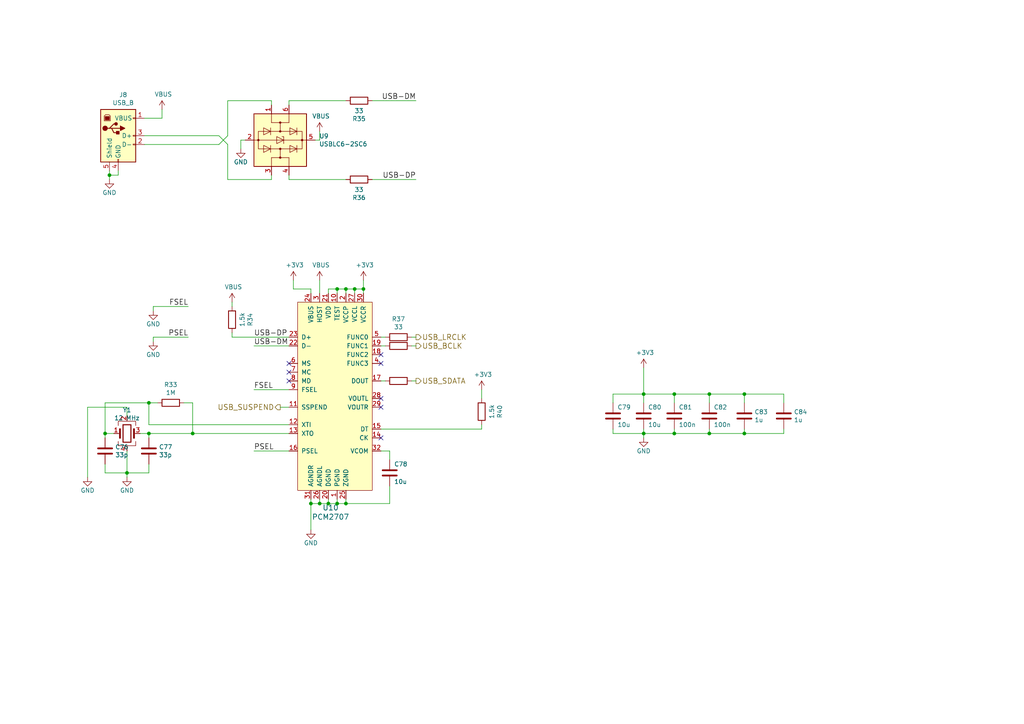
<source format=kicad_sch>
(kicad_sch (version 20211123) (generator eeschema)
  (paper "A4")
  (lib_symbols
    (symbol "Connector:USB_B" (pin_names (offset 1.016))
      (property "Reference" "J" (at -5.08 11.43 0))
      (property "Value" "USB_B" (at -5.08 8.89 0))
      (symbol "USB_B_0_1"
        (rectangle (start -5.08 -7.62) (end 5.08 7.62) (stroke (width 0.254)) (fill (type background)))
        (circle (center -3.81 2.159) (radius 0.635) (stroke (width 0.254)) (fill (type outline)))
        (rectangle (start -3.81 5.588) (end -2.54 4.572) (fill (type outline)))
        (circle (center -0.635 3.429) (radius 0.381) (stroke (width 0.254)) (fill (type outline)))
        (rectangle (start -0.127 -7.62) (end 0.127 -6.858))
        (polyline (pts (xy -1.905 2.159) (xy 0.635 2.159)) (stroke (width 0.254)))
        (polyline (pts (xy -3.175 2.159) (xy -2.54 2.159) (xy -1.27 3.429) (xy -0.635 3.429)) (stroke (width 0.254)))
        (polyline (pts (xy -2.54 2.159) (xy -1.905 2.159) (xy -1.27 0.889) (xy 0 0.889)) (stroke (width 0.254)))
        (polyline (pts (xy 0.635 2.794) (xy 0.635 1.524) (xy 1.905 2.159) (xy 0.635 2.794)) (stroke (width 0.254)) (fill (type outline)))
        (polyline (pts (xy -4.064 4.318) (xy -2.286 4.318) (xy -2.286 5.715) (xy -2.667 6.096) (xy -3.683 6.096) (xy -4.064 5.715) (xy -4.064 4.318)))
        (rectangle (start 0.254 1.27) (end -0.508 0.508) (stroke (width 0.254)) (fill (type outline)))
        (rectangle (start 5.08 -2.667) (end 4.318 -2.413))
        (rectangle (start 5.08 -0.127) (end 4.318 0.127))
        (rectangle (start 5.08 4.953) (end 4.318 5.207))
      )
      (symbol "USB_B_1_1"
        (pin power_out line (at 7.62 5.08 180) (length 2.54) (name "VBUS") (number "1"))
        (pin bidirectional line (at 7.62 -2.54 180) (length 2.54) (name "D-") (number "2"))
        (pin bidirectional line (at 7.62 0 180) (length 2.54) (name "D+") (number "3"))
        (pin power_out line (at 0 -10.16 90) (length 2.54) (name "GND") (number "4"))
        (pin passive line (at -2.54 -10.16 90) (length 2.54) (name "Shield") (number "5"))
      )
    )
    (symbol "Device:C" (pin_numbers hide) (pin_names (offset 0.254))
      (property "Reference" "C" (at 0.635 2.54 0))
      (property "Value" "C" (at 0.635 -2.54 0))
      (symbol "C_0_1"
        (polyline (pts (xy -2.032 -0.762) (xy 2.032 -0.762)) (stroke (width 0.508)))
        (polyline (pts (xy -2.032 0.762) (xy 2.032 0.762)) (stroke (width 0.508)))
      )
      (symbol "C_1_1"
        (pin passive line (at 0 3.81 270) (length 2.794) (name "~") (number "1"))
        (pin passive line (at 0 -3.81 90) (length 2.794) (name "~") (number "2"))
      )
    )
    (symbol "Device:Crystal_GND24" (pin_names (offset 1.016) hide)
      (property "Reference" "Y" (at 3.175 5.08 0))
      (property "Value" "Crystal_GND24" (at 3.175 3.175 0))
      (symbol "Crystal_GND24_0_1"
        (rectangle (start -1.143 2.54) (end 1.143 -2.54) (stroke (width 0.3048)))
        (polyline (pts (xy -2.54 0) (xy -2.032 0)))
        (polyline (pts (xy -2.032 -1.27) (xy -2.032 1.27)) (stroke (width 0.508)))
        (polyline (pts (xy 0 -3.81) (xy 0 -3.556)))
        (polyline (pts (xy 0 3.556) (xy 0 3.81)))
        (polyline (pts (xy 2.032 -1.27) (xy 2.032 1.27)) (stroke (width 0.508)))
        (polyline (pts (xy 2.032 0) (xy 2.54 0)))
        (polyline (pts (xy -2.54 -2.286) (xy -2.54 -3.556) (xy 2.54 -3.556) (xy 2.54 -2.286)))
        (polyline (pts (xy -2.54 2.286) (xy -2.54 3.556) (xy 2.54 3.556) (xy 2.54 2.286)))
      )
      (symbol "Crystal_GND24_1_1"
        (pin passive line (at -3.81 0 0) (length 1.27) (name "1") (number "1"))
        (pin passive line (at 0 5.08 270) (length 1.27) (name "2") (number "2"))
        (pin passive line (at 3.81 0 180) (length 1.27) (name "3") (number "3"))
        (pin passive line (at 0 -5.08 90) (length 1.27) (name "4") (number "4"))
      )
    )
    (symbol "Device:R" (pin_numbers hide) (pin_names (offset 0))
      (property "Reference" "R" (at 2.032 0 90))
      (property "Value" "R" (at 0 0 90))
      (symbol "R_0_1"
        (rectangle (start -1.016 -2.54) (end 1.016 2.54) (stroke (width 0.254)))
      )
      (symbol "R_1_1"
        (pin passive line (at 0 3.81 270) (length 1.27) (name "~") (number "1"))
        (pin passive line (at 0 -3.81 90) (length 1.27) (name "~") (number "2"))
      )
    )
    (symbol "Power_Protection:USBLC6-2SC6" (pin_names hide)
      (property "Reference" "U" (at 2.54 8.89 0))
      (property "Value" "USBLC6-2SC6" (at 2.54 -8.89 0))
      (symbol "USBLC6-2SC6_0_1"
        (rectangle (start -7.62 -7.62) (end 7.62 7.62) (stroke (width 0.254)) (fill (type background)))
        (circle (center -5.08 0) (radius 0.254) (fill (type outline)))
        (circle (center -2.54 0) (radius 0.254) (fill (type outline)))
        (rectangle (start -2.54 6.35) (end 2.54 -6.35))
        (circle (center 0 -6.35) (radius 0.254) (fill (type outline)))
        (polyline (pts (xy -5.08 -2.54) (xy -7.62 -2.54)))
        (polyline (pts (xy -5.08 0) (xy -5.08 -2.54)))
        (polyline (pts (xy -5.08 2.54) (xy -7.62 2.54)))
        (polyline (pts (xy -1.524 -2.794) (xy -3.556 -2.794)))
        (polyline (pts (xy -1.524 4.826) (xy -3.556 4.826)))
        (polyline (pts (xy 0 -7.62) (xy 0 -6.35)))
        (polyline (pts (xy 0 -6.35) (xy 0 1.27)))
        (polyline (pts (xy 0 1.27) (xy 0 6.35)))
        (polyline (pts (xy 0 6.35) (xy 0 7.62)))
        (polyline (pts (xy 1.524 -2.794) (xy 3.556 -2.794)))
        (polyline (pts (xy 1.524 4.826) (xy 3.556 4.826)))
        (polyline (pts (xy 5.08 -2.54) (xy 7.62 -2.54)))
        (polyline (pts (xy 5.08 0) (xy 5.08 -2.54)))
        (polyline (pts (xy 5.08 2.54) (xy 7.62 2.54)))
        (polyline (pts (xy -2.54 0) (xy -5.08 0) (xy -5.08 2.54)))
        (polyline (pts (xy 2.54 0) (xy 5.08 0) (xy 5.08 2.54)))
        (polyline (pts (xy -3.556 -4.826) (xy -1.524 -4.826) (xy -2.54 -2.794) (xy -3.556 -4.826)))
        (polyline (pts (xy -3.556 2.794) (xy -1.524 2.794) (xy -2.54 4.826) (xy -3.556 2.794)))
        (polyline (pts (xy -1.016 -1.016) (xy 1.016 -1.016) (xy 0 1.016) (xy -1.016 -1.016)))
        (polyline (pts (xy 1.016 1.016) (xy 0.762 1.016) (xy -1.016 1.016) (xy -1.016 0.508)))
        (polyline (pts (xy 3.556 -4.826) (xy 1.524 -4.826) (xy 2.54 -2.794) (xy 3.556 -4.826)))
        (polyline (pts (xy 3.556 2.794) (xy 1.524 2.794) (xy 2.54 4.826) (xy 3.556 2.794)))
        (circle (center 0 6.35) (radius 0.254) (fill (type outline)))
        (circle (center 2.54 0) (radius 0.254) (fill (type outline)))
        (circle (center 5.08 0) (radius 0.254) (fill (type outline)))
      )
      (symbol "USBLC6-2SC6_1_1"
        (pin passive line (at -10.16 -2.54 0) (length 2.54) (name "I/O1") (number "1"))
        (pin passive line (at 0 -10.16 90) (length 2.54) (name "GND") (number "2"))
        (pin passive line (at 10.16 -2.54 180) (length 2.54) (name "I/O2") (number "3"))
        (pin passive line (at 10.16 2.54 180) (length 2.54) (name "I/O2") (number "4"))
        (pin passive line (at 0 10.16 270) (length 2.54) (name "VBUS") (number "5"))
        (pin passive line (at -10.16 2.54 0) (length 2.54) (name "I/O1") (number "6"))
      )
    )
    (symbol "dac:PCM2707" (pin_names (offset 1.016))
      (property "Reference" "U" (at 20.32 6.35 0))
      (property "Value" "PCM2707" (at 20.32 3.81 0))
      (symbol "PCM2707_0_1"
        (rectangle (start -8.89 7.62) (end 12.7 -46.99) (fill (type background)))
      )
      (symbol "PCM2707_1_1"
        (pin passive line (at 2.54 -49.53 90) (length 2.54) (name "PGND") (number "1"))
        (pin input line (at 2.54 10.16 270) (length 2.54) (name "TEST") (number "10"))
        (pin output line (at -11.43 -22.86 0) (length 2.54) (name "SSPEND") (number "11"))
        (pin input line (at -11.43 -27.94 0) (length 2.54) (name "XTI") (number "12"))
        (pin output line (at -11.43 -30.48 0) (length 2.54) (name "XTO") (number "13"))
        (pin output line (at 15.24 -31.75 180) (length 2.54) (name "CK") (number "14"))
        (pin bidirectional line (at 15.24 -29.21 180) (length 2.54) (name "DT") (number "15"))
        (pin input line (at -11.43 -35.56 0) (length 2.54) (name "PSEL") (number "16"))
        (pin output line (at 15.24 -15.24 180) (length 2.54) (name "DOUT") (number "17"))
        (pin bidirectional line (at 15.24 -7.62 180) (length 2.54) (name "FUNC2") (number "18"))
        (pin bidirectional line (at 15.24 -5.08 180) (length 2.54) (name "FUNC1") (number "19"))
        (pin passive line (at 5.08 10.16 270) (length 2.54) (name "VCCP") (number "2"))
        (pin passive line (at 0 -49.53 90) (length 2.54) (name "DGND") (number "20"))
        (pin passive line (at 0 10.16 270) (length 2.54) (name "VDD") (number "21"))
        (pin bidirectional line (at -11.43 -5.08 0) (length 2.54) (name "D-") (number "22"))
        (pin bidirectional line (at -11.43 -2.54 0) (length 2.54) (name "D+") (number "23"))
        (pin passive line (at -5.08 10.16 270) (length 2.54) (name "VBUS") (number "24"))
        (pin passive line (at 5.08 -49.53 90) (length 2.54) (name "ZGND") (number "25"))
        (pin passive line (at -2.54 -49.53 90) (length 2.54) (name "AGNDL") (number "26"))
        (pin passive line (at 7.62 10.16 270) (length 2.54) (name "VCCL") (number "27"))
        (pin output line (at 15.24 -20.32 180) (length 2.54) (name "VOUTL") (number "28"))
        (pin output line (at 15.24 -22.86 180) (length 2.54) (name "VOUTR") (number "29"))
        (pin input line (at -2.54 10.16 270) (length 2.54) (name "HOST") (number "3"))
        (pin passive line (at 10.16 10.16 270) (length 2.54) (name "VCCR") (number "30"))
        (pin passive line (at -5.08 -49.53 90) (length 2.54) (name "AGNDR") (number "31"))
        (pin passive line (at 15.24 -35.56 180) (length 2.54) (name "VCOM") (number "32"))
        (pin bidirectional line (at 15.24 -10.16 180) (length 2.54) (name "FUNC3") (number "4"))
        (pin bidirectional line (at 15.24 -2.54 180) (length 2.54) (name "FUNC0") (number "5"))
        (pin input line (at -11.43 -10.16 0) (length 2.54) (name "MS") (number "6"))
        (pin input line (at -11.43 -12.7 0) (length 2.54) (name "MC") (number "7"))
        (pin input line (at -11.43 -15.24 0) (length 2.54) (name "MD") (number "8"))
        (pin input line (at -11.43 -17.78 0) (length 2.54) (name "FSEL") (number "9"))
      )
    )
    (symbol "power:+3.3V" (power) (pin_names (offset 0))
      (property "Value" "+3.3V" (at 0 3.556 0))
      (symbol "+3.3V_0_1"
        (polyline (pts (xy -0.762 1.27) (xy 0 2.54)))
        (polyline (pts (xy 0 0) (xy 0 2.54)))
        (polyline (pts (xy 0 2.54) (xy 0.762 1.27)))
      )
      (symbol "+3.3V_1_1"
        (pin power_in line (at 0 0 90) (length 0) hide (name "+3V3") (number "1"))
      )
    )
    (symbol "power:GND" (power) (pin_names (offset 0))
      (property "Value" "GND" (at 0 -3.81 0))
      (symbol "GND_0_1"
        (polyline (pts (xy 0 0) (xy 0 -1.27) (xy 1.27 -1.27) (xy 0 -2.54) (xy -1.27 -1.27) (xy 0 -1.27)))
      )
      (symbol "GND_1_1"
        (pin power_in line (at 0 0 270) (length 0) hide (name "GND") (number "1"))
      )
    )
    (symbol "power:VBUS" (power) (pin_names (offset 0))
      (property "Value" "VBUS" (at 0 3.81 0))
      (symbol "VBUS_0_1"
        (polyline (pts (xy -0.762 1.27) (xy 0 2.54)))
        (polyline (pts (xy 0 0) (xy 0 2.54)))
        (polyline (pts (xy 0 2.54) (xy 0.762 1.27)))
      )
      (symbol "VBUS_1_1"
        (pin power_in line (at 0 0 90) (length 0) hide (name "VBUS") (number "1"))
      )
    )
  )
  (junction (at 195.58 114.3))
  (junction (at 186.69 114.3))
  (junction (at 97.79 146.05))
  (junction (at 195.58 125.73))
  (junction (at 90.17 146.05))
  (junction (at 97.79 83.82))
  (junction (at 36.83 137.16))
  (junction (at 31.75 50.8))
  (junction (at 55.88 125.73))
  (junction (at 186.69 125.73))
  (junction (at 30.48 125.73))
  (junction (at 102.87 83.82))
  (junction (at 95.25 146.05))
  (junction (at 100.33 83.82))
  (junction (at 100.33 146.05))
  (junction (at 105.41 83.82))
  (junction (at 205.74 114.3))
  (junction (at 43.18 116.84))
  (junction (at 215.9 125.73))
  (junction (at 43.18 125.73))
  (junction (at 92.71 146.05))
  (junction (at 205.74 125.73))
  (junction (at 215.9 114.3))
  (no_connect (at 110.49 115.57))
  (no_connect (at 83.82 105.41))
  (no_connect (at 110.49 118.11))
  (no_connect (at 110.49 127))
  (no_connect (at 83.82 107.95))
  (no_connect (at 110.49 102.87))
  (no_connect (at 83.82 110.49))
  (no_connect (at 110.49 105.41))
  (wire (pts (xy 90.17 146.05) (xy 92.71 146.05)))
  (wire (pts (xy 105.41 83.82) (xy 105.41 81.28)))
  (wire (pts (xy 120.65 110.49) (xy 119.38 110.49)))
  (wire (pts (xy 110.49 130.81) (xy 113.03 130.81)))
  (wire (pts (xy 63.5 39.37) (xy 66.04 41.91)))
  (wire (pts (xy 95.25 146.05) (xy 97.79 146.05)))
  (wire (pts (xy 215.9 125.73) (xy 215.9 124.46)))
  (wire (pts (xy 44.45 88.9) (xy 54.61 88.9)))
  (wire (pts (xy 73.66 130.81) (xy 83.82 130.81)))
  (wire (pts (xy 33.02 125.73) (xy 30.48 125.73)))
  (wire (pts (xy 105.41 83.82) (xy 105.41 85.09)))
  (wire (pts (xy 113.03 130.81) (xy 113.03 133.35)))
  (wire (pts (xy 36.83 130.81) (xy 36.83 137.16)))
  (wire (pts (xy 63.5 41.91) (xy 41.91 41.91)))
  (wire (pts (xy 63.5 39.37) (xy 41.91 39.37)))
  (wire (pts (xy 95.25 83.82) (xy 97.79 83.82)))
  (wire (pts (xy 92.71 146.05) (xy 92.71 144.78)))
  (wire (pts (xy 83.82 113.03) (xy 73.66 113.03)))
  (wire (pts (xy 67.31 96.52) (xy 67.31 97.79)))
  (wire (pts (xy 92.71 40.64) (xy 91.44 40.64)))
  (wire (pts (xy 43.18 125.73) (xy 55.88 125.73)))
  (wire (pts (xy 43.18 123.19) (xy 83.82 123.19)))
  (wire (pts (xy 205.74 125.73) (xy 195.58 125.73)))
  (wire (pts (xy 83.82 52.07) (xy 100.33 52.07)))
  (wire (pts (xy 43.18 125.73) (xy 43.18 127)))
  (wire (pts (xy 95.25 83.82) (xy 95.25 85.09)))
  (wire (pts (xy 186.69 124.46) (xy 186.69 125.73)))
  (wire (pts (xy 186.69 114.3) (xy 195.58 114.3)))
  (wire (pts (xy 66.04 41.91) (xy 66.04 52.07)))
  (wire (pts (xy 25.4 118.11) (xy 25.4 138.43)))
  (wire (pts (xy 102.87 85.09) (xy 102.87 83.82)))
  (wire (pts (xy 90.17 83.82) (xy 85.09 83.82)))
  (wire (pts (xy 195.58 114.3) (xy 205.74 114.3)))
  (wire (pts (xy 31.75 50.8) (xy 34.29 50.8)))
  (wire (pts (xy 85.09 81.28) (xy 85.09 83.82)))
  (wire (pts (xy 92.71 38.1) (xy 92.71 40.64)))
  (wire (pts (xy 66.04 52.07) (xy 78.74 52.07)))
  (wire (pts (xy 113.03 146.05) (xy 113.03 140.97)))
  (wire (pts (xy 43.18 123.19) (xy 43.18 116.84)))
  (wire (pts (xy 83.82 30.48) (xy 83.82 29.21)))
  (wire (pts (xy 90.17 153.67) (xy 90.17 146.05)))
  (wire (pts (xy 107.95 52.07) (xy 120.65 52.07)))
  (wire (pts (xy 139.7 124.46) (xy 139.7 123.19)))
  (wire (pts (xy 46.99 34.29) (xy 46.99 31.75)))
  (wire (pts (xy 100.33 83.82) (xy 102.87 83.82)))
  (wire (pts (xy 177.8 114.3) (xy 186.69 114.3)))
  (wire (pts (xy 44.45 97.79) (xy 54.61 97.79)))
  (wire (pts (xy 186.69 116.84) (xy 186.69 114.3)))
  (wire (pts (xy 83.82 50.8) (xy 83.82 52.07)))
  (wire (pts (xy 227.33 114.3) (xy 215.9 114.3)))
  (wire (pts (xy 177.8 124.46) (xy 177.8 125.73)))
  (wire (pts (xy 110.49 124.46) (xy 139.7 124.46)))
  (wire (pts (xy 205.74 125.73) (xy 215.9 125.73)))
  (wire (pts (xy 205.74 124.46) (xy 205.74 125.73)))
  (wire (pts (xy 102.87 83.82) (xy 105.41 83.82)))
  (wire (pts (xy 186.69 125.73) (xy 186.69 127)))
  (wire (pts (xy 97.79 83.82) (xy 100.33 83.82)))
  (wire (pts (xy 67.31 87.63) (xy 67.31 88.9)))
  (wire (pts (xy 53.34 116.84) (xy 55.88 116.84)))
  (wire (pts (xy 71.12 40.64) (xy 69.85 40.64)))
  (wire (pts (xy 30.48 137.16) (xy 36.83 137.16)))
  (wire (pts (xy 100.33 146.05) (xy 113.03 146.05)))
  (wire (pts (xy 43.18 116.84) (xy 30.48 116.84)))
  (wire (pts (xy 111.76 110.49) (xy 110.49 110.49)))
  (wire (pts (xy 195.58 114.3) (xy 195.58 116.84)))
  (wire (pts (xy 95.25 146.05) (xy 95.25 144.78)))
  (wire (pts (xy 90.17 85.09) (xy 90.17 83.82)))
  (wire (pts (xy 227.33 125.73) (xy 227.33 124.46)))
  (wire (pts (xy 30.48 125.73) (xy 30.48 127)))
  (wire (pts (xy 41.91 34.29) (xy 46.99 34.29)))
  (wire (pts (xy 30.48 116.84) (xy 30.48 125.73)))
  (wire (pts (xy 215.9 125.73) (xy 227.33 125.73)))
  (wire (pts (xy 36.83 137.16) (xy 36.83 138.43)))
  (wire (pts (xy 45.72 116.84) (xy 43.18 116.84)))
  (wire (pts (xy 31.75 49.53) (xy 31.75 50.8)))
  (wire (pts (xy 55.88 125.73) (xy 83.82 125.73)))
  (wire (pts (xy 43.18 137.16) (xy 43.18 134.62)))
  (wire (pts (xy 97.79 146.05) (xy 97.79 144.78)))
  (wire (pts (xy 44.45 90.17) (xy 44.45 88.9)))
  (wire (pts (xy 67.31 97.79) (xy 83.82 97.79)))
  (wire (pts (xy 120.65 97.79) (xy 119.38 97.79)))
  (wire (pts (xy 177.8 116.84) (xy 177.8 114.3)))
  (wire (pts (xy 97.79 146.05) (xy 100.33 146.05)))
  (wire (pts (xy 90.17 146.05) (xy 90.17 144.78)))
  (wire (pts (xy 97.79 85.09) (xy 97.79 83.82)))
  (wire (pts (xy 36.83 137.16) (xy 43.18 137.16)))
  (wire (pts (xy 81.28 118.11) (xy 83.82 118.11)))
  (wire (pts (xy 195.58 125.73) (xy 195.58 124.46)))
  (wire (pts (xy 36.83 120.65) (xy 36.83 118.11)))
  (wire (pts (xy 78.74 29.21) (xy 78.74 30.48)))
  (wire (pts (xy 34.29 50.8) (xy 34.29 49.53)))
  (wire (pts (xy 69.85 40.64) (xy 69.85 43.18)))
  (wire (pts (xy 92.71 146.05) (xy 95.25 146.05)))
  (wire (pts (xy 110.49 100.33) (xy 111.76 100.33)))
  (wire (pts (xy 66.04 29.21) (xy 78.74 29.21)))
  (wire (pts (xy 100.33 83.82) (xy 100.33 85.09)))
  (wire (pts (xy 215.9 116.84) (xy 215.9 114.3)))
  (wire (pts (xy 205.74 116.84) (xy 205.74 114.3)))
  (wire (pts (xy 36.83 118.11) (xy 25.4 118.11)))
  (wire (pts (xy 44.45 99.06) (xy 44.45 97.79)))
  (wire (pts (xy 83.82 29.21) (xy 100.33 29.21)))
  (wire (pts (xy 55.88 116.84) (xy 55.88 125.73)))
  (wire (pts (xy 78.74 52.07) (xy 78.74 50.8)))
  (wire (pts (xy 66.04 29.21) (xy 66.04 39.37)))
  (wire (pts (xy 119.38 100.33) (xy 120.65 100.33)))
  (wire (pts (xy 186.69 106.68) (xy 186.69 114.3)))
  (wire (pts (xy 30.48 134.62) (xy 30.48 137.16)))
  (wire (pts (xy 66.04 39.37) (xy 63.5 41.91)))
  (wire (pts (xy 186.69 125.73) (xy 195.58 125.73)))
  (wire (pts (xy 100.33 146.05) (xy 100.33 144.78)))
  (wire (pts (xy 73.66 100.33) (xy 83.82 100.33)))
  (wire (pts (xy 31.75 50.8) (xy 31.75 52.07)))
  (wire (pts (xy 177.8 125.73) (xy 186.69 125.73)))
  (wire (pts (xy 227.33 116.84) (xy 227.33 114.3)))
  (wire (pts (xy 40.64 125.73) (xy 43.18 125.73)))
  (wire (pts (xy 92.71 81.28) (xy 92.71 85.09)))
  (wire (pts (xy 120.65 29.21) (xy 107.95 29.21)))
  (wire (pts (xy 111.76 97.79) (xy 110.49 97.79)))
  (wire (pts (xy 139.7 113.03) (xy 139.7 115.57)))
  (wire (pts (xy 215.9 114.3) (xy 205.74 114.3)))
  (label "USB-DM" (at 73.66 100.33 0) (effects (font (size 1.524 1.524))))
  (label "USB-DP" (at 120.65 52.07 180) (effects (font (size 1.524 1.524))))
  (label "FSEL" (at 73.66 113.03 0) (effects (font (size 1.524 1.524))))
  (label "USB-DM" (at 120.65 29.21 180) (effects (font (size 1.524 1.524))))
  (label "FSEL" (at 54.61 88.9 180) (effects (font (size 1.524 1.524))))
  (label "USB-DP" (at 73.66 97.79 0) (effects (font (size 1.524 1.524))))
  (label "PSEL" (at 73.66 130.81 0) (effects (font (size 1.524 1.524))))
  (label "PSEL" (at 54.61 97.79 180) (effects (font (size 1.524 1.524))))
  (hierarchical_label "USB_LRCLK" (shape output) (at 120.65 97.79 0) (effects (font (size 1.524 1.524))))
  (hierarchical_label "USB_BCLK" (shape output) (at 120.65 100.33 0) (effects (font (size 1.524 1.524))))
  (hierarchical_label "USB_SUSPEND" (shape output) (at 81.28 118.11 180) (effects (font (size 1.524 1.524))))
  (hierarchical_label "USB_SDATA" (shape output) (at 120.65 110.49 0) (effects (font (size 1.524 1.524))))
  (symbol (lib_id "Device:R") (at 139.7 119.38 180) (unit 1)
    (property "Reference" "R40" (at 144.9578 119.38 90))
    (property "Value" "1.5k" (at 142.6464 119.38 90))
    (property "Footprint" "Resistor_SMD:R_0603_1608Metric_Pad0.98x0.95mm_HandSolder" (effects hide))
  )
  (symbol (lib_id "Device:R") (at 49.53 116.84 270) (unit 1)
    (property "Reference" "R33" (at 49.53 111.5822 90))
    (property "Value" "1M" (at 49.53 113.8936 90))
    (property "Footprint" "Resistor_SMD:R_0603_1608Metric_Pad0.98x0.95mm_HandSolder" (effects hide))
  )
  (symbol (lib_id "Device:R") (at 67.31 92.71 180) (unit 1)
    (property "Reference" "R34" (at 72.5678 92.71 90))
    (property "Value" "1.5k" (at 70.2564 92.71 90))
    (property "Footprint" "Resistor_SMD:R_0603_1608Metric_Pad0.98x0.95mm_HandSolder" (effects hide))
  )
  (symbol (lib_id "power:VBUS") (at 67.31 87.63 0) (unit 1)
    (property "Reference" "#PWR093" (effects hide))
    (property "Value" "VBUS" (at 67.691 83.2358 0))
  )
  (symbol (lib_id "power:+3.3V") (at 139.7 113.03 0) (unit 1)
    (property "Reference" "#PWR0100" (effects hide))
    (property "Value" "+3.3V" (at 140.081 108.6358 0))
  )
  (symbol (lib_id "power:GND") (at 25.4 138.43 0) (unit 1)
    (property "Reference" "#PWR087" (effects hide))
    (property "Value" "GND" (at 25.4 142.24 0))
  )
  (symbol (lib_id "Device:C") (at 195.58 120.65 0) (unit 1)
    (property "Reference" "C81" (at 196.85 118.11 0) (effects (justify left)))
    (property "Value" "100n" (at 196.85 123.19 0) (effects (justify left)))
    (property "Footprint" "Capacitor_SMD:C_0603_1608Metric_Pad1.08x0.95mm_HandSolder" (effects hide))
    (property "Mfr.Nr." "GRM31CR71H475KA12L" (effects hide))
  )
  (symbol (lib_id "power:GND") (at 186.69 127 0) (unit 1)
    (property "Reference" "#PWR0102" (effects hide))
    (property "Value" "GND" (at 186.69 130.81 0))
  )
  (symbol (lib_id "power:+3.3V") (at 186.69 106.68 0) (unit 1)
    (property "Reference" "#PWR0101" (effects hide))
    (property "Value" "+3.3V" (at 187.071 102.2858 0))
  )
  (symbol (lib_id "Device:C") (at 177.8 120.65 0) (unit 1)
    (property "Reference" "C79" (at 179.07 118.11 0) (effects (justify left)))
    (property "Value" "10u" (at 179.07 123.19 0) (effects (justify left)))
    (property "Footprint" "Capacitor_SMD:C_1206_3216Metric_Pad1.33x1.80mm_HandSolder" (effects hide))
    (property "Datasheet" "http://www.murata.com/products/catalog/pdf/c02e.pdf" (effects hide))
    (property "Mfr.Nr." "GRM31CR71H475KA12L" (effects hide))
  )
  (symbol (lib_id "Device:C") (at 113.03 137.16 0) (unit 1)
    (property "Reference" "C78" (at 114.3 134.62 0) (effects (justify left)))
    (property "Value" "10u" (at 114.3 139.7 0) (effects (justify left)))
    (property "Footprint" "Capacitor_SMD:C_1206_3216Metric_Pad1.33x1.80mm_HandSolder" (effects hide))
    (property "Datasheet" "http://www.murata.com/products/catalog/pdf/c02e.pdf" (effects hide))
    (property "Mfr.Nr." "GRM31CR71H475KA12L" (effects hide))
  )
  (symbol (lib_id "Device:C") (at 215.9 120.65 0) (unit 1)
    (property "Reference" "C83" (at 218.821 119.4816 0) (effects (justify left)))
    (property "Value" "1u" (at 218.821 121.793 0) (effects (justify left)))
    (property "Footprint" "Capacitor_SMD:C_0805_2012Metric_Pad1.18x1.45mm_HandSolder" (effects hide))
  )
  (symbol (lib_id "Device:C") (at 227.33 120.65 0) (unit 1)
    (property "Reference" "C84" (at 230.251 119.4816 0) (effects (justify left)))
    (property "Value" "1u" (at 230.251 121.793 0) (effects (justify left)))
    (property "Footprint" "Capacitor_SMD:C_0805_2012Metric_Pad1.18x1.45mm_HandSolder" (effects hide))
  )
  (symbol (lib_id "Device:C") (at 186.69 120.65 0) (unit 1)
    (property "Reference" "C80" (at 187.96 118.11 0) (effects (justify left)))
    (property "Value" "10u" (at 187.96 123.19 0) (effects (justify left)))
    (property "Footprint" "Capacitor_SMD:C_1206_3216Metric_Pad1.33x1.80mm_HandSolder" (effects hide))
    (property "Datasheet" "http://www.murata.com/products/catalog/pdf/c02e.pdf" (effects hide))
    (property "Mfr.Nr." "GRM31CR71H475KA12L" (effects hide))
  )
  (symbol (lib_id "Device:C") (at 205.74 120.65 0) (unit 1)
    (property "Reference" "C82" (at 207.01 118.11 0) (effects (justify left)))
    (property "Value" "100n" (at 207.01 123.19 0) (effects (justify left)))
    (property "Footprint" "Capacitor_SMD:C_0603_1608Metric_Pad1.08x0.95mm_HandSolder" (effects hide))
    (property "Mfr.Nr." "GRM31CR71H475KA12L" (effects hide))
  )
  (symbol (lib_id "dac:PCM2707") (at 95.25 95.25 0) (unit 1)
    (property "Reference" "U10" (at 95.885 147.2438 0) (effects (font (size 1.524 1.524))))
    (property "Value" "PCM2707" (at 95.885 149.9362 0) (effects (font (size 1.524 1.524))))
    (property "Footprint" "Package_QFP:TQFP-32_7x7mm_P0.8mm" (effects hide))
  )
  (symbol (lib_id "Device:Crystal_GND24") (at 36.83 125.73 0) (unit 1)
    (property "Reference" "Y1" (at 36.83 118.9228 0))
    (property "Value" "12 MHz" (at 36.83 121.2342 0))
    (property "Footprint" "Crystal:Crystal_SMD_SeikoEpson_FA238-4Pin_3.2x2.5mm" (effects hide))
  )
  (symbol (lib_id "Device:C") (at 43.18 130.81 0) (unit 1)
    (property "Reference" "C77" (at 46.101 129.6416 0) (effects (justify left)))
    (property "Value" "33p" (at 46.101 131.953 0) (effects (justify left)))
    (property "Footprint" "Capacitor_SMD:C_0603_1608Metric_Pad1.08x0.95mm_HandSolder" (effects hide))
  )
  (symbol (lib_id "power:GND") (at 90.17 153.67 0) (unit 1)
    (property "Reference" "#PWR096" (effects hide))
    (property "Value" "GND" (at 90.17 157.48 0))
  )
  (symbol (lib_id "Device:C") (at 30.48 130.81 0) (unit 1)
    (property "Reference" "C76" (at 33.401 129.6416 0) (effects (justify left)))
    (property "Value" "33p" (at 33.401 131.953 0) (effects (justify left)))
    (property "Footprint" "Capacitor_SMD:C_0603_1608Metric_Pad1.08x0.95mm_HandSolder" (effects hide))
  )
  (symbol (lib_id "power:GND") (at 36.83 138.43 0) (unit 1)
    (property "Reference" "#PWR089" (effects hide))
    (property "Value" "GND" (at 36.83 142.24 0))
  )
  (symbol (lib_id "power:+3.3V") (at 105.41 81.28 0) (unit 1)
    (property "Reference" "#PWR099" (effects hide))
    (property "Value" "+3.3V" (at 105.791 76.8858 0))
  )
  (symbol (lib_id "power:VBUS") (at 92.71 81.28 0) (unit 1)
    (property "Reference" "#PWR098" (effects hide))
    (property "Value" "VBUS" (at 93.091 76.8858 0))
  )
  (symbol (lib_id "power:+3.3V") (at 85.09 81.28 0) (unit 1)
    (property "Reference" "#PWR095" (effects hide))
    (property "Value" "+3.3V" (at 85.471 76.8858 0))
  )
  (symbol (lib_id "power:GND") (at 44.45 90.17 0) (unit 1)
    (property "Reference" "#PWR090" (effects hide))
    (property "Value" "GND" (at 44.45 93.98 0))
  )
  (symbol (lib_id "power:GND") (at 44.45 99.06 0) (unit 1)
    (property "Reference" "#PWR091" (effects hide))
    (property "Value" "GND" (at 44.45 102.87 0))
  )
  (symbol (lib_id "Device:R") (at 115.57 97.79 270) (unit 1)
    (property "Reference" "R37" (at 115.57 92.5322 90))
    (property "Value" "33" (at 115.57 94.8436 90))
    (property "Footprint" "Resistor_SMD:R_0603_1608Metric_Pad0.98x0.95mm_HandSolder" (effects hide))
  )
  (symbol (lib_id "Device:R") (at 115.57 100.33 270) (unit 1)
    (property "Reference" "R38" (effects hide))
    (property "Value" "33" (effects hide))
    (property "Footprint" "Resistor_SMD:R_0603_1608Metric_Pad0.98x0.95mm_HandSolder" (effects hide))
  )
  (symbol (lib_id "power:VBUS") (at 46.99 31.75 0) (unit 1)
    (property "Reference" "#PWR092" (effects hide))
    (property "Value" "VBUS" (at 47.371 27.3558 0))
  )
  (symbol (lib_id "power:GND") (at 31.75 52.07 0) (unit 1)
    (property "Reference" "#PWR088" (effects hide))
    (property "Value" "GND" (at 31.75 55.88 0))
  )
  (symbol (lib_id "Power_Protection:USBLC6-2SC6") (at 81.28 40.64 270) (unit 1)
    (property "Reference" "U9" (at 92.5576 39.4716 90) (effects (justify left)))
    (property "Value" "USBLC6-2SC6" (at 92.5576 41.783 90) (effects (justify left)))
    (property "Footprint" "Package_TO_SOT_SMD:SOT-23-6" (effects hide))
    (property "Datasheet" "https://www.st.com/resource/en/datasheet/usblc6-2.pdf" (effects hide))
  )
  (symbol (lib_id "power:VBUS") (at 92.71 38.1 0) (unit 1)
    (property "Reference" "#PWR097" (effects hide))
    (property "Value" "VBUS" (at 93.091 33.7058 0))
  )
  (symbol (lib_id "power:GND") (at 69.85 43.18 0) (unit 1)
    (property "Reference" "#PWR094" (effects hide))
    (property "Value" "GND" (at 69.85 46.99 0))
  )
  (symbol (lib_id "Device:R") (at 104.14 29.21 90) (unit 1)
    (property "Reference" "R35" (at 104.14 34.4678 90))
    (property "Value" "33" (at 104.14 32.1564 90))
    (property "Footprint" "Resistor_SMD:R_0603_1608Metric_Pad0.98x0.95mm_HandSolder" (effects hide))
  )
  (symbol (lib_id "Device:R") (at 104.14 52.07 90) (unit 1)
    (property "Reference" "R36" (at 104.14 57.3278 90))
    (property "Value" "33" (at 104.14 55.0164 90))
    (property "Footprint" "Resistor_SMD:R_0603_1608Metric_Pad0.98x0.95mm_HandSolder" (effects hide))
  )
  (symbol (lib_id "Connector:USB_B") (at 34.29 39.37 0) (unit 1)
    (property "Reference" "J8" (at 35.7378 27.5082 0))
    (property "Value" "USB_B" (at 35.7378 29.8196 0))
    (property "Footprint" "Connector_USB:USB_B_TE_5787834_Vertical" (effects hide))
    (property "Datasheet" " ~" (effects hide))
  )
  (symbol (lib_id "Device:R") (at 115.57 110.49 270) (unit 1)
    (property "Reference" "R39" (effects hide))
    (property "Value" "33" (effects hide))
    (property "Footprint" "Resistor_SMD:R_0603_1608Metric_Pad0.98x0.95mm_HandSolder" (effects hide))
  )
)
</source>
